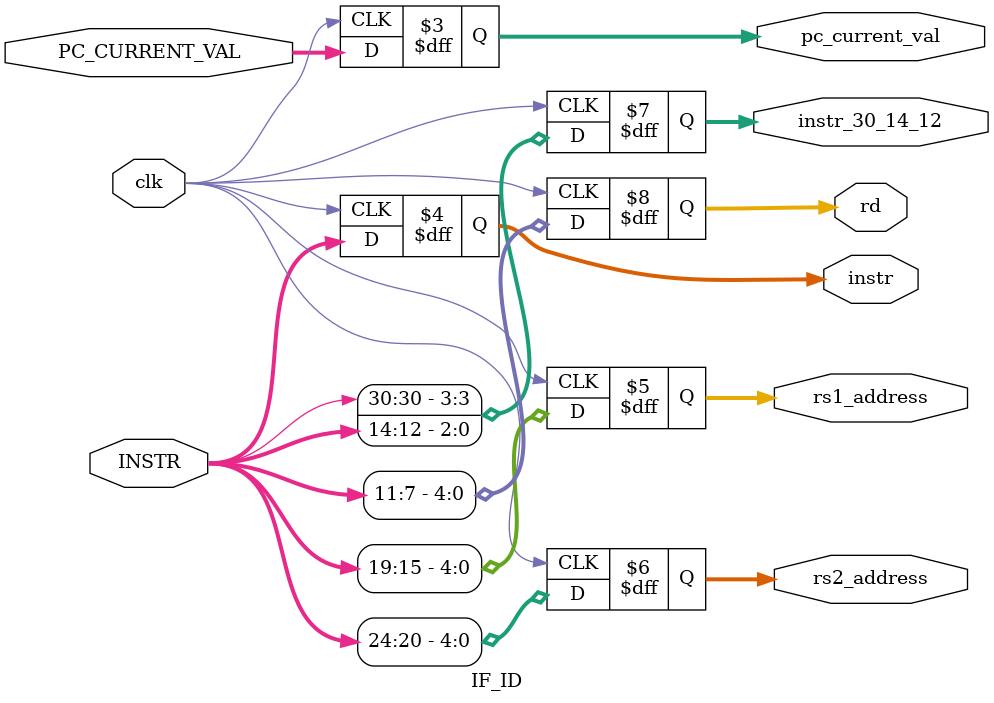
<source format=v>
`timescale 1ns / 1ps


module IF_ID(
    input [31:0] PC_CURRENT_VAL,
    input [31:0] INSTR,
    output reg [31:0] pc_current_val,
    output reg [31:0] instr,
    output reg [4:0] rs1_address,
    output reg [4:0] rs2_address,
    output reg [3:0] instr_30_14_12,
    output reg [4:0] rd,
    input clk
    );

    initial begin
        pc_current_val <= 0;
        instr <= 0;
        rs1_address <= 0;
        rs2_address <= 0;
        instr_30_14_12 <= 0;
        rd <= 0;
    end

    always @(posedge clk) begin
        pc_current_val <= PC_CURRENT_VAL;
        instr <= INSTR;
        rs1_address <= INSTR[19:15];
        rs2_address <= INSTR[24:20];
        instr_30_14_12 <= {INSTR[30], INSTR[14:12]};
        rd <= INSTR[11:7];
    end

endmodule

</source>
